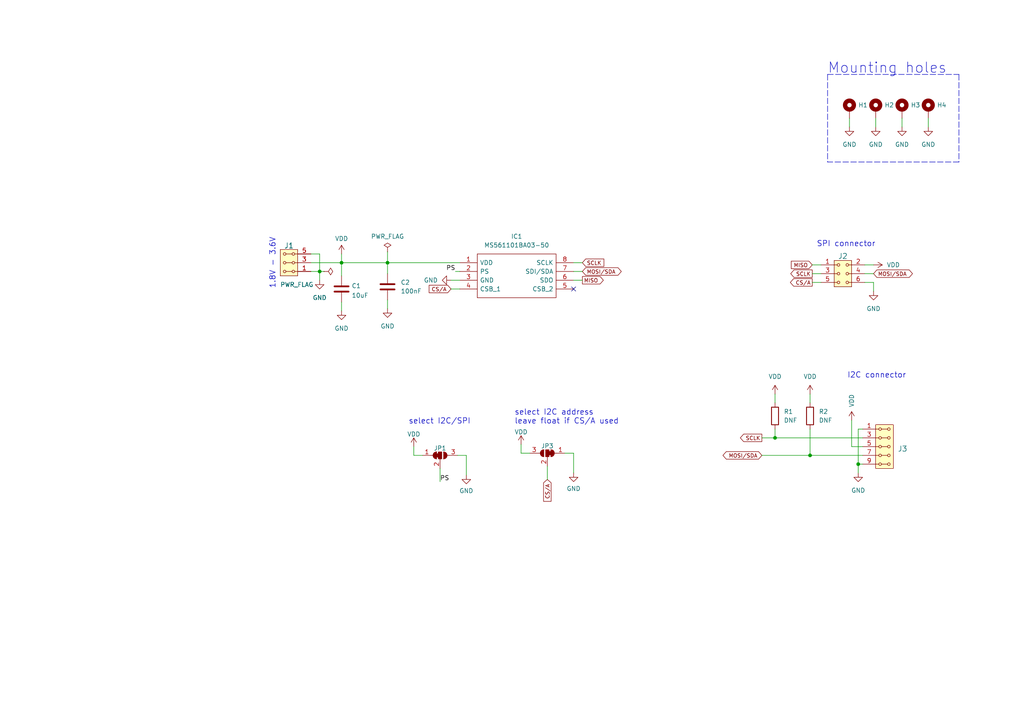
<source format=kicad_sch>
(kicad_sch (version 20211123) (generator eeschema)
  (paper "A4")
  (title_block (title "ALTIMET02") (date "2023-01-18") (rev "A") (company "Marek Sommer") (comment 1 "Digital altimeter  \\nand barometer sensor"))
  (lib_symbols
    (symbol "Device:C" (pin_numbers hide) (pin_names (offset 0.254))
      (property "Reference" "C" (at 0.635 2.54 0))
      (property "Value" "C" (at 0.635 -2.54 0))
      (symbol "C_0_1"
        (polyline (pts (xy -2.032 -0.762) (xy 2.032 -0.762)) (stroke (width 0.508)))
        (polyline (pts (xy -2.032 0.762) (xy 2.032 0.762)) (stroke (width 0.508)))
      )
      (symbol "C_1_1"
        (pin passive line (at 0 3.81 270) (length 2.794) (name "~") (number "1"))
        (pin passive line (at 0 -3.81 90) (length 2.794) (name "~") (number "2"))
      )
    )
    (symbol "Device:R" (pin_numbers hide) (pin_names (offset 0))
      (property "Reference" "R" (at 2.032 0 90))
      (property "Value" "R" (at 0 0 90))
      (symbol "R_0_1"
        (rectangle (start -1.016 -2.54) (end 1.016 2.54) (stroke (width 0.254)))
      )
      (symbol "R_1_1"
        (pin passive line (at 0 3.81 270) (length 1.27) (name "~") (number "1"))
        (pin passive line (at 0 -3.81 90) (length 1.27) (name "~") (number "2"))
      )
    )
    (symbol "Jumper:SolderJumper_3_Bridged12" (pin_names (offset 0) hide)
      (property "Reference" "JP" (at -2.54 -2.54 0))
      (property "Value" "SolderJumper_3_Bridged12" (at 0 2.794 0))
      (symbol "SolderJumper_3_Bridged12_0_1"
        (rectangle (start -1.016 0.508) (end -0.508 -0.508) (fill (type outline)))
        (arc (start -1.016 1.016) (mid -2.032 0) (end -1.016 -1.016))
        (arc (start -1.016 1.016) (mid -2.032 0) (end -1.016 -1.016) (fill (type outline)))
        (rectangle (start -0.508 1.016) (end 0.508 -1.016) (fill (type outline)))
        (polyline (pts (xy -2.54 0) (xy -2.032 0)))
        (polyline (pts (xy -1.016 1.016) (xy -1.016 -1.016)))
        (polyline (pts (xy 0 -1.27) (xy 0 -1.016)))
        (polyline (pts (xy 1.016 1.016) (xy 1.016 -1.016)))
        (polyline (pts (xy 2.54 0) (xy 2.032 0)))
        (arc (start 1.016 -1.016) (mid 2.032 0) (end 1.016 1.016))
        (arc (start 1.016 -1.016) (mid 2.032 0) (end 1.016 1.016) (fill (type outline)))
      )
      (symbol "SolderJumper_3_Bridged12_1_1"
        (pin passive line (at -5.08 0 0) (length 2.54) (name "A") (number "1"))
        (pin passive line (at 0 -3.81 90) (length 2.54) (name "C") (number "2"))
        (pin passive line (at 5.08 0 180) (length 2.54) (name "B") (number "3"))
      )
    )
    (symbol "MLAB_HEADER:HEADER_2x03" (pin_names (offset 1.016))
      (property "Reference" "J" (at 0 -5.08 0))
      (property "Value" "HEADER_2x03" (at 0 5.08 0))
      (symbol "HEADER_2x03_0_1"
        (rectangle (start -2.54 3.81) (end 2.54 -3.81) (fill (type background)))
        (circle (center -1.27 -2.54) (radius 0.381))
        (circle (center -1.27 0) (radius 0.381))
        (circle (center -1.27 2.54) (radius 0.381))
        (polyline (pts (xy -1.651 -2.54) (xy -2.54 -2.54)))
        (polyline (pts (xy -1.651 0) (xy -2.54 0)))
        (polyline (pts (xy -1.651 2.54) (xy -2.54 2.54)))
        (polyline (pts (xy 1.651 -2.54) (xy 2.54 -2.54)))
        (polyline (pts (xy 1.651 0) (xy 2.54 0)))
        (polyline (pts (xy 1.651 2.54) (xy 2.54 2.54)))
        (circle (center 1.27 -2.54) (radius 0.381))
        (circle (center 1.27 0) (radius 0.381))
        (circle (center 1.27 2.54) (radius 0.381))
      )
      (symbol "HEADER_2x03_1_1"
        (pin input line (at -6.35 2.54 0) (length 3.81) (name "~") (number "1"))
        (pin input line (at 6.35 2.54 180) (length 3.81) (name "~") (number "2"))
        (pin input line (at -6.35 0 0) (length 3.81) (name "~") (number "3"))
        (pin input line (at 6.35 0 180) (length 3.81) (name "~") (number "4"))
        (pin input line (at -6.35 -2.54 0) (length 3.81) (name "~") (number "5"))
        (pin input line (at 6.35 -2.54 180) (length 3.81) (name "~") (number "6"))
      )
    )
    (symbol "MLAB_HEADER:HEADER_2x03_PARALLEL" (pin_names (offset 1.016))
      (property "Reference" "J" (at 0 -5.08 0))
      (property "Value" "HEADER_2x03_PARALLEL" (at 0 5.08 0))
      (symbol "HEADER_2x03_PARALLEL_0_1"
        (rectangle (start -2.54 3.81) (end 2.54 -3.81) (fill (type background)))
        (circle (center -1.27 -2.54) (radius 0.381))
        (circle (center -1.27 0) (radius 0.381))
        (circle (center -1.27 2.54) (radius 0.381))
        (polyline (pts (xy -1.651 -2.54) (xy -2.54 -2.54)))
        (polyline (pts (xy -1.651 0) (xy -2.54 0)))
        (polyline (pts (xy -1.651 2.54) (xy -2.54 2.54)))
        (polyline (pts (xy -0.889 -2.54) (xy 0.889 -2.54)))
        (polyline (pts (xy -0.889 0) (xy 0.889 0)))
        (polyline (pts (xy -0.889 2.54) (xy 0.889 2.54)))
        (circle (center 1.27 -2.54) (radius 0.381))
        (circle (center 1.27 0) (radius 0.381))
        (circle (center 1.27 2.54) (radius 0.381))
      )
      (symbol "HEADER_2x03_PARALLEL_1_1"
        (pin input line (at -6.35 2.54 0) (length 3.81) (name "~") (number "1"))
        (pin input line (at -6.35 2.54 0) (length 3.81) hide (name "~") (number "2"))
        (pin input line (at -6.35 0 0) (length 3.81) (name "~") (number "3"))
        (pin input line (at -6.35 0 0) (length 3.81) hide (name "~") (number "4"))
        (pin input line (at -6.35 -2.54 0) (length 3.81) (name "~") (number "5"))
        (pin input line (at -6.35 -2.54 0) (length 3.81) hide (name "~") (number "6"))
      )
    )
    (symbol "MLAB_HEADER:HEADER_2x05_PARALLEL" (pin_names (offset 1.016))
      (property "Reference" "J" (at 0 -7.62 0))
      (property "Value" "HEADER_2x05_PARALLEL" (at 0 7.62 0))
      (symbol "HEADER_2x05_PARALLEL_0_1"
        (rectangle (start -2.54 6.35) (end 2.54 -6.35) (fill (type background)))
        (circle (center -1.27 -5.08) (radius 0.381))
        (circle (center -1.27 -2.54) (radius 0.381))
        (circle (center -1.27 0) (radius 0.381))
        (circle (center -1.27 2.54) (radius 0.381))
        (circle (center -1.27 5.08) (radius 0.381))
        (polyline (pts (xy -1.651 -5.08) (xy -2.54 -5.08)))
        (polyline (pts (xy -1.651 -2.54) (xy -2.54 -2.54)))
        (polyline (pts (xy -1.651 0) (xy -2.54 0)))
        (polyline (pts (xy -1.651 2.54) (xy -2.54 2.54)))
        (polyline (pts (xy -1.651 5.08) (xy -2.54 5.08)))
        (polyline (pts (xy -0.889 -5.08) (xy 0.889 -5.08)))
        (polyline (pts (xy -0.889 -2.54) (xy 0.889 -2.54)))
        (polyline (pts (xy -0.889 0) (xy 0.889 0)))
        (polyline (pts (xy -0.889 2.54) (xy 0.889 2.54)))
        (polyline (pts (xy -0.889 5.08) (xy 0.889 5.08)))
        (circle (center 1.27 -5.08) (radius 0.381))
        (circle (center 1.27 -2.54) (radius 0.381))
        (circle (center 1.27 0) (radius 0.381))
        (circle (center 1.27 2.54) (radius 0.381))
        (circle (center 1.27 5.08) (radius 0.381))
      )
      (symbol "HEADER_2x05_PARALLEL_1_1"
        (pin input line (at -6.35 5.08 0) (length 3.81) (name "~") (number "1"))
        (pin input line (at -6.35 -5.08 0) (length 3.81) hide (name "~") (number "10"))
        (pin input line (at -6.35 5.08 0) (length 3.81) hide (name "~") (number "2"))
        (pin input line (at -6.35 2.54 0) (length 3.81) (name "~") (number "3"))
        (pin input line (at -6.35 2.54 0) (length 3.81) hide (name "~") (number "4"))
        (pin input line (at -6.35 0 0) (length 3.81) (name "~") (number "5"))
        (pin input line (at -6.35 0 0) (length 3.81) hide (name "~") (number "6"))
        (pin input line (at -6.35 -2.54 0) (length 3.81) (name "~") (number "7"))
        (pin input line (at -6.35 -2.54 0) (length 3.81) hide (name "~") (number "8"))
        (pin input line (at -6.35 -5.08 0) (length 3.81) (name "~") (number "9"))
      )
    )
    (symbol "MS561101BA03-50:MS561101BA03-50" (pin_names (offset 0.762))
      (property "Reference" "IC" (at 29.21 7.62 0))
      (property "Value" "MS561101BA03-50" (at 29.21 5.08 0))
      (symbol "MS561101BA03-50_0_0"
        (pin power_in line (at 0 0 0) (length 5.08) (name "VDD") (number "1"))
        (pin input line (at 0 -2.54 0) (length 5.08) (name "PS") (number "2"))
        (pin power_in line (at 0 -5.08 0) (length 5.08) (name "GND") (number "3"))
        (pin input line (at 0 -7.62 0) (length 5.08) (name "CSB_1") (number "4"))
        (pin input line (at 33.02 -7.62 180) (length 5.08) (name "CSB_2") (number "5"))
        (pin output line (at 33.02 -5.08 180) (length 5.08) (name "SDO") (number "6"))
        (pin bidirectional line (at 33.02 -2.54 180) (length 5.08) (name "SDI/SDA") (number "7"))
        (pin input line (at 33.02 0 180) (length 5.08) (name "SCLK") (number "8"))
      )
      (symbol "MS561101BA03-50_0_1"
        (polyline (pts (xy 5.08 2.54) (xy 27.94 2.54) (xy 27.94 -10.16) (xy 5.08 -10.16) (xy 5.08 2.54)) (stroke (width 0.1524)))
      )
    )
    (symbol "Mechanical:MountingHole_Pad" (pin_numbers hide) (pin_names (offset 1.016) hide)
      (property "Reference" "H" (at 0 6.35 0))
      (property "Value" "MountingHole_Pad" (at 0 4.445 0))
      (symbol "MountingHole_Pad_0_1"
        (circle (center 0 1.27) (radius 1.27) (stroke (width 1.27)))
      )
      (symbol "MountingHole_Pad_1_1"
        (pin input line (at 0 -2.54 90) (length 2.54) (name "1") (number "1"))
      )
    )
    (symbol "power:GND" (power) (pin_names (offset 0))
      (property "Value" "GND" (at 0 -3.81 0))
      (symbol "GND_0_1"
        (polyline (pts (xy 0 0) (xy 0 -1.27) (xy 1.27 -1.27) (xy 0 -2.54) (xy -1.27 -1.27) (xy 0 -1.27)))
      )
      (symbol "GND_1_1"
        (pin power_in line (at 0 0 270) (length 0) hide (name "GND") (number "1"))
      )
    )
    (symbol "power:PWR_FLAG" (power) (pin_numbers hide) (pin_names (offset 0) hide)
      (property "Value" "PWR_FLAG" (at 0 3.81 0))
      (symbol "PWR_FLAG_0_0"
        (pin power_out line (at 0 0 90) (length 0) (name "pwr") (number "1"))
      )
      (symbol "PWR_FLAG_0_1"
        (polyline (pts (xy 0 0) (xy 0 1.27) (xy -1.016 1.905) (xy 0 2.54) (xy 1.016 1.905) (xy 0 1.27)))
      )
    )
    (symbol "power:VDD" (power) (pin_names (offset 0))
      (property "Value" "VDD" (at 0 3.81 0))
      (symbol "VDD_0_1"
        (polyline (pts (xy -0.762 1.27) (xy 0 2.54)))
        (polyline (pts (xy 0 0) (xy 0 2.54)))
        (polyline (pts (xy 0 2.54) (xy 0.762 1.27)))
      )
      (symbol "VDD_1_1"
        (pin power_in line (at 0 0 90) (length 0) hide (name "VDD") (number "1"))
      )
    )
  )
  (junction (at 99.06 76.2))
  (junction (at 112.395 76.2))
  (junction (at 92.71 78.74))
  (junction (at 248.92 134.62))
  (junction (at 234.95 132.08))
  (junction (at 224.79 127))
  (no_connect (at 166.37 83.82))
  (wire (pts (xy 132.715 132.08) (xy 135.255 132.08)))
  (wire (pts (xy 99.06 76.2) (xy 99.06 80.01)))
  (wire (pts (xy 247.015 121.92) (xy 247.015 129.54)))
  (wire (pts (xy 130.81 81.28) (xy 133.35 81.28)))
  (wire (pts (xy 153.67 131.445) (xy 151.13 131.445)))
  (wire (pts (xy 234.95 114.3) (xy 234.95 116.84)))
  (wire (pts (xy 112.395 76.2) (xy 112.395 79.375)))
  (wire (pts (xy 166.37 76.2) (xy 168.91 76.2)))
  (wire (pts (xy 92.71 78.74) (xy 93.98 78.74)))
  (wire (pts (xy 166.37 81.28) (xy 168.91 81.28)))
  (polyline (pts (xy 240.03 21.59) (xy 278.13 21.59)))
  (wire (pts (xy 130.81 83.82) (xy 133.35 83.82)))
  (wire (pts (xy 151.13 131.445) (xy 151.13 128.905)))
  (wire (pts (xy 133.35 78.74) (xy 132.08 78.74)))
  (wire (pts (xy 248.92 134.62) (xy 248.92 137.16)))
  (wire (pts (xy 234.95 124.46) (xy 234.95 132.08)))
  (wire (pts (xy 235.585 81.915) (xy 238.125 81.915)))
  (wire (pts (xy 112.395 76.2) (xy 133.35 76.2)))
  (wire (pts (xy 253.365 81.915) (xy 250.825 81.915)))
  (wire (pts (xy 250.19 124.46) (xy 248.92 124.46)))
  (wire (pts (xy 135.255 132.08) (xy 135.255 137.795)))
  (polyline (pts (xy 240.03 21.59) (xy 240.03 46.99)))
  (wire (pts (xy 224.79 124.46) (xy 224.79 127)))
  (wire (pts (xy 127.635 135.89) (xy 127.635 139.7)))
  (wire (pts (xy 92.71 78.74) (xy 92.71 73.66)))
  (wire (pts (xy 122.555 132.08) (xy 120.015 132.08)))
  (wire (pts (xy 235.585 76.835) (xy 238.125 76.835)))
  (wire (pts (xy 220.98 132.08) (xy 234.95 132.08)))
  (polyline (pts (xy 278.13 21.59) (xy 278.13 46.99)))
  (wire (pts (xy 250.825 79.375) (xy 253.365 79.375)))
  (wire (pts (xy 235.585 79.375) (xy 238.125 79.375)))
  (wire (pts (xy 92.71 73.66) (xy 90.17 73.66)))
  (wire (pts (xy 254 34.29) (xy 254 36.83)))
  (wire (pts (xy 90.17 76.2) (xy 99.06 76.2)))
  (wire (pts (xy 220.98 127) (xy 224.79 127)))
  (wire (pts (xy 166.37 131.445) (xy 166.37 137.16)))
  (wire (pts (xy 250.19 129.54) (xy 247.015 129.54)))
  (wire (pts (xy 158.75 135.255) (xy 158.75 139.065)))
  (wire (pts (xy 224.79 114.3) (xy 224.79 116.84)))
  (wire (pts (xy 166.37 78.74) (xy 168.91 78.74)))
  (wire (pts (xy 269.24 34.29) (xy 269.24 36.83)))
  (wire (pts (xy 163.83 131.445) (xy 166.37 131.445)))
  (wire (pts (xy 248.92 134.62) (xy 250.19 134.62)))
  (wire (pts (xy 92.71 81.28) (xy 92.71 78.74)))
  (wire (pts (xy 112.395 86.995) (xy 112.395 89.535)))
  (polyline (pts (xy 278.13 46.99) (xy 240.03 46.99)))
  (wire (pts (xy 248.92 124.46) (xy 248.92 134.62)))
  (wire (pts (xy 250.825 76.835) (xy 253.365 76.835)))
  (wire (pts (xy 99.06 73.66) (xy 99.06 76.2)))
  (wire (pts (xy 234.95 132.08) (xy 250.19 132.08)))
  (wire (pts (xy 253.365 84.455) (xy 253.365 81.915)))
  (wire (pts (xy 224.79 127) (xy 250.19 127)))
  (wire (pts (xy 120.015 132.08) (xy 120.015 129.54)))
  (wire (pts (xy 99.06 87.63) (xy 99.06 90.17)))
  (wire (pts (xy 246.38 34.29) (xy 246.38 36.83)))
  (wire (pts (xy 90.17 78.74) (xy 92.71 78.74)))
  (wire (pts (xy 261.62 34.29) (xy 261.62 36.83)))
  (wire (pts (xy 99.06 76.2) (xy 112.395 76.2)))
  (wire (pts (xy 112.395 73.025) (xy 112.395 76.2)))
  (text "select I2C/SPI" (at 136.525 123.19 180) (effects (font (size 1.6 1.6)) (justify right bottom)))
  (text "Mounting holes" (at 240.03 21.59 0) (effects (font (size 3 3)) (justify left bottom)))
  (text "SPI connector" (at 236.855 71.755 0) (effects (font (size 1.6 1.6)) (justify left bottom)))
  (text "select I2C address\nleave float if CS/A used" (at 149.225 123.19 0) (effects (font (size 1.6 1.6)) (justify left bottom)))
  (text "I2C connector" (at 245.745 109.855 0) (effects (font (size 1.6 1.6)) (justify left bottom)))
  (text "1.8V - 3.6V" (at 80.01 83.82 90) (effects (font (size 1.6 1.6)) (justify left bottom)))
  (label "PS" (at 132.08 78.74 180))
  (label "PS" (at 127.635 139.7 0))
  (global_label "MOSI{slash}SDA" (shape bidirectional) (at 220.98 132.08 180) (effects (font (size 1.1 1.1))) (property "Intersheet References" "${INTERSHEET_REFS}" (effects hide)))
  (global_label "MISO" (shape output) (at 168.91 81.28 0) (effects (font (size 1.1 1.1))) (property "Intersheet References" "${INTERSHEET_REFS}" (effects hide)))
  (global_label "SCLK" (shape output) (at 220.98 127 180) (effects (font (size 1.1 1.1))) (property "Intersheet References" "${INTERSHEET_REFS}" (effects hide)))
  (global_label "MOSI{slash}SDA" (shape bidirectional) (at 168.91 78.74 0) (effects (font (size 1.1 1.1))) (property "Intersheet References" "${INTERSHEET_REFS}" (effects hide)))
  (global_label "CS{slash}A" (shape input) (at 130.81 83.82 180) (effects (font (size 1.1 1.1))) (property "Intersheet References" "${INTERSHEET_REFS}" (effects hide)))
  (global_label "MOSI{slash}SDA" (shape bidirectional) (at 253.365 79.375 0) (effects (font (size 1.1 1.1))) (property "Intersheet References" "${INTERSHEET_REFS}" (effects hide)))
  (global_label "MISO" (shape input) (at 235.585 76.835 180) (effects (font (size 1.1 1.1))) (property "Intersheet References" "${INTERSHEET_REFS}" (effects hide)))
  (global_label "SCLK" (shape input) (at 168.91 76.2 0) (effects (font (size 1.1 1.1))) (property "Intersheet References" "${INTERSHEET_REFS}" (effects hide)))
  (global_label "CS{slash}A" (shape output) (at 235.585 81.915 180) (effects (font (size 1.1 1.1))) (property "Intersheet References" "${INTERSHEET_REFS}" (effects hide)))
  (global_label "SCLK" (shape output) (at 235.585 79.375 180) (effects (font (size 1.1 1.1))) (property "Intersheet References" "${INTERSHEET_REFS}" (effects hide)))
  (global_label "CS{slash}A" (shape input) (at 158.75 139.065 270) (effects (font (size 1.1 1.1))) (property "Intersheet References" "${INTERSHEET_REFS}" (effects hide)))
  (symbol (lib_id "Jumper:SolderJumper_3_Bridged12") (at 158.75 131.445 0) (mirror y) (unit 1)
    (property "Reference" "JP3" (at 158.75 129.3645 0))
    (property "Value" "SolderJumper_3_Bridged12" (effects hide))
    (property "Footprint" "Jumper:SolderJumper-3_P1.3mm_Bridged12_RoundedPad1.0x1.5mm_NumberLabels" (effects hide))
  )
  (symbol (lib_id "MLAB_HEADER:HEADER_2x05_PARALLEL") (at 256.54 129.54 0) (unit 1)
    (property "Reference" "J3" (at 260.35 130.175 0) (effects (font (size 1.524 1.524)) (justify left)))
    (property "Value" "HEADER_2x05_PARALLEL" (effects hide))
    (property "Footprint" "Mlab_Pin_Headers:Straight_2x05" (effects hide))
  )
  (symbol (lib_id "power:GND") (at 135.255 137.795 0) (unit 1)
    (property "Reference" "#PWR07" (effects hide))
    (property "Value" "GND" (at 135.255 142.3575 0))
  )
  (symbol (lib_id "power:VDD") (at 253.365 76.835 270) (unit 1)
    (property "Reference" "#PWR017" (effects hide))
    (property "Value" "VDD" (at 257.175 76.8349 90) (effects (justify left)))
  )
  (symbol (lib_id "MLAB_HEADER:HEADER_2x03_PARALLEL") (at 83.82 76.2 180) (unit 1)
    (property "Reference" "J1" (at 83.82 71.2651 0) (effects (font (size 1.524 1.524))))
    (property "Value" "HEADER_2x03_PARALLEL" (effects hide))
    (property "Footprint" "Mlab_Pin_Headers:Straight_2x03" (effects hide))
  )
  (symbol (lib_id "power:VDD") (at 120.015 129.54 0) (unit 1)
    (property "Reference" "#PWR05" (effects hide))
    (property "Value" "VDD" (at 120.015 125.9355 0))
  )
  (symbol (lib_id "power:GND") (at 99.06 90.17 0) (unit 1)
    (property "Reference" "#PWR03" (effects hide))
    (property "Value" "GND" (at 99.06 95.25 0))
  )
  (symbol (lib_id "MLAB_HEADER:HEADER_2x03") (at 244.475 79.375 0) (unit 1)
    (property "Reference" "J2" (at 244.475 74.295 0) (effects (font (size 1.524 1.524))))
    (property "Value" "HEADER_2x03" (effects hide))
    (property "Footprint" "Mlab_Pin_Headers:Straight_2x03" (effects hide))
  )
  (symbol (lib_id "power:GND") (at 92.71 81.28 0) (unit 1)
    (property "Reference" "#PWR01" (effects hide))
    (property "Value" "GND" (at 92.71 86.36 0))
  )
  (symbol (lib_id "MS561101BA03-50:MS561101BA03-50") (at 133.35 76.2 0) (unit 1)
    (property "Reference" "IC1" (at 149.86 68.58 0))
    (property "Value" "MS561101BA03-50" (at 149.86 71.12 0))
    (property "Footprint" "KiCad:MS561101BA03-50" (effects hide))
    (property "Datasheet" "https://www.te.com/usa-en/product-MS561101BA03-50.datasheet.pdf" (effects hide))
    (property "Description" "Sensor Pressure 1.2bar Barometric SMD MS561101BA03-50, Barometric Pressure Sensor, 1200mbar 0  3.6 V Output, 8-Pin QFN" (effects hide))
    (property "Mouser Part Number" "824-MS561101BA03-50" (effects hide))
    (property "Mouser Price/Stock" "https://www.mouser.co.uk/ProductDetail/Measurement-Specialties/MS561101BA03-50?qs=%252BgKeJhng5iV%252BnCz6Qd5iDw%3D%3D" (effects hide))
    (property "Manufacturer_Name" "TE Connectivity" (effects hide))
    (property "Manufacturer_Part_Number" "MS561101BA03-50" (effects hide))
  )
  (symbol (lib_id "Device:R") (at 234.95 120.65 0) (unit 1)
    (property "Reference" "R2" (at 237.49 119.3799 0) (effects (justify left)))
    (property "Value" "DNF" (at 237.49 121.9199 0) (effects (justify left)))
    (property "Footprint" "Resistor_SMD:R_0805_2012Metric" (effects hide))
  )
  (symbol (lib_id "Mechanical:MountingHole_Pad") (at 254 31.75 0) (unit 1)
    (property "Reference" "H2" (at 256.54 30.4799 0) (effects (justify left)))
    (property "Value" "MountingHole_Pad" (effects hide))
    (property "Footprint" "Mlab_Mechanical:MountingHole_3mm" (effects hide))
  )
  (symbol (lib_id "power:GND") (at 112.395 89.535 0) (unit 1)
    (property "Reference" "#PWR04" (effects hide))
    (property "Value" "GND" (at 112.395 94.615 0))
  )
  (symbol (lib_id "power:PWR_FLAG") (at 93.98 78.74 270) (unit 1)
    (property "Reference" "#FLG02" (effects hide))
    (property "Value" "PWR_FLAG" (at 81.28 82.55 90) (effects (justify left)))
  )
  (symbol (lib_id "power:GND") (at 248.92 137.16 0) (unit 1)
    (property "Reference" "#PWR016" (effects hide))
    (property "Value" "GND" (at 248.92 142.24 0))
  )
  (symbol (lib_id "power:GND") (at 269.24 36.83 0) (unit 1)
    (property "Reference" "#PWR021" (effects hide))
    (property "Value" "GND" (at 269.24 41.91 0))
  )
  (symbol (lib_id "power:VDD") (at 99.06 73.66 0) (unit 1)
    (property "Reference" "#PWR02" (effects hide))
    (property "Value" "VDD" (at 99.06 69.215 0))
  )
  (symbol (lib_id "power:GND") (at 246.38 36.83 0) (unit 1)
    (property "Reference" "#PWR014" (effects hide))
    (property "Value" "GND" (at 246.38 41.91 0))
  )
  (symbol (lib_id "Device:C") (at 112.395 83.185 0) (unit 1)
    (property "Reference" "C2" (at 116.205 81.9149 0) (effects (justify left)))
    (property "Value" "100nF" (at 116.205 84.4549 0) (effects (justify left)))
    (property "Footprint" "Capacitor_SMD:C_0805_2012Metric" (effects hide))
  )
  (symbol (lib_id "Mechanical:MountingHole_Pad") (at 261.62 31.75 0) (unit 1)
    (property "Reference" "H3" (at 264.16 30.4799 0) (effects (justify left)))
    (property "Value" "MountingHole_Pad" (effects hide))
    (property "Footprint" "Mlab_Mechanical:MountingHole_3mm" (effects hide))
  )
  (symbol (lib_id "Mechanical:MountingHole_Pad") (at 269.24 31.75 0) (unit 1)
    (property "Reference" "H4" (at 271.78 30.4799 0) (effects (justify left)))
    (property "Value" "MountingHole_Pad" (effects hide))
    (property "Footprint" "Mlab_Mechanical:MountingHole_3mm" (effects hide))
  )
  (symbol (lib_id "power:VDD") (at 234.95 114.3 0) (unit 1)
    (property "Reference" "#PWR012" (effects hide))
    (property "Value" "VDD" (at 234.95 109.22 0))
  )
  (symbol (lib_id "power:PWR_FLAG") (at 112.395 73.025 0) (unit 1)
    (property "Reference" "#FLG01" (effects hide))
    (property "Value" "PWR_FLAG" (at 112.395 68.58 0))
  )
  (symbol (lib_id "power:GND") (at 130.81 81.28 270) (unit 1)
    (property "Reference" "#PWR06" (effects hide))
    (property "Value" "GND" (at 127 81.2799 90) (effects (justify right)))
  )
  (symbol (lib_id "Mechanical:MountingHole_Pad") (at 246.38 31.75 0) (unit 1)
    (property "Reference" "H1" (at 248.92 30.4799 0) (effects (justify left)))
    (property "Value" "MountingHole_Pad" (effects hide))
    (property "Footprint" "Mlab_Mechanical:MountingHole_3mm" (effects hide))
  )
  (symbol (lib_id "Device:C") (at 99.06 83.82 0) (unit 1)
    (property "Reference" "C1" (at 101.981 82.9115 0) (effects (justify left)))
    (property "Value" "10uF" (at 101.981 85.6866 0) (effects (justify left)))
    (property "Footprint" "Capacitor_SMD:C_0805_2012Metric" (effects hide))
  )
  (symbol (lib_id "power:GND") (at 166.37 137.16 0) (unit 1)
    (property "Reference" "#PWR09" (effects hide))
    (property "Value" "GND" (at 166.37 141.7225 0))
  )
  (symbol (lib_id "power:GND") (at 261.62 36.83 0) (unit 1)
    (property "Reference" "#PWR020" (effects hide))
    (property "Value" "GND" (at 261.62 41.91 0))
  )
  (symbol (lib_id "Jumper:SolderJumper_3_Bridged12") (at 127.635 132.08 0) (unit 1)
    (property "Reference" "JP1" (at 127.635 129.9995 0))
    (property "Value" "SolderJumper_3_Bridged12" (effects hide))
    (property "Footprint" "Jumper:SolderJumper-3_P1.3mm_Bridged12_RoundedPad1.0x1.5mm_NumberLabels" (effects hide))
  )
  (symbol (lib_id "power:GND") (at 253.365 84.455 0) (unit 1)
    (property "Reference" "#PWR018" (effects hide))
    (property "Value" "GND" (at 253.365 89.535 0))
  )
  (symbol (lib_id "Device:R") (at 224.79 120.65 0) (unit 1)
    (property "Reference" "R1" (at 227.33 119.3799 0) (effects (justify left)))
    (property "Value" "DNF" (at 227.33 121.9199 0) (effects (justify left)))
    (property "Footprint" "Resistor_SMD:R_0805_2012Metric" (effects hide))
  )
  (symbol (lib_id "power:VDD") (at 224.79 114.3 0) (unit 1)
    (property "Reference" "#PWR010" (effects hide))
    (property "Value" "VDD" (at 224.79 109.22 0))
  )
  (symbol (lib_id "power:VDD") (at 151.13 128.905 0) (unit 1)
    (property "Reference" "#PWR08" (effects hide))
    (property "Value" "VDD" (at 151.13 125.3005 0))
  )
  (symbol (lib_id "power:GND") (at 254 36.83 0) (unit 1)
    (property "Reference" "#PWR019" (effects hide))
    (property "Value" "GND" (at 254 41.91 0))
  )
  (symbol (lib_id "power:VDD") (at 247.015 121.92 0) (unit 1)
    (property "Reference" "#PWR015" (effects hide))
    (property "Value" "VDD" (at 247.015 114.3 90) (effects (justify right)))
  )
)
</source>
